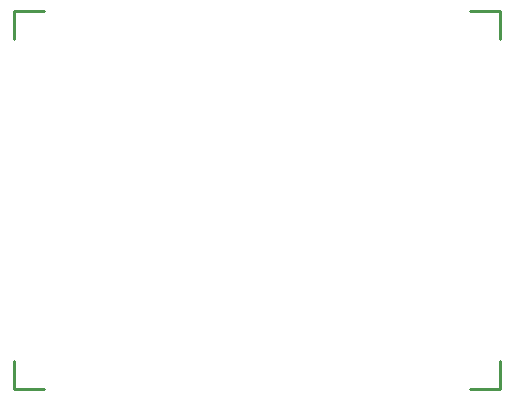
<source format=gko>
G04 Layer: BoardOutlineLayer*
G04 EasyEDA v6.5.34, 2023-10-19 08:42:31*
G04 445bff652981409abf7e2ca76203f91b,08f173712dbc44b08fd2a75eaeabdc68,10*
G04 Gerber Generator version 0.2*
G04 Scale: 100 percent, Rotated: No, Reflected: No *
G04 Dimensions in millimeters *
G04 leading zeros omitted , absolute positions ,4 integer and 5 decimal *
%FSLAX45Y45*%
%MOMM*%

%ADD10C,0.2540*%
D10*
X0Y0D02*
G01*
X0Y239999D01*
X4119991Y0D02*
G01*
X4119991Y239999D01*
X0Y0D02*
G01*
X259999Y101D01*
X3859992Y0D02*
G01*
X4119991Y101D01*
X3859992Y3199993D02*
G01*
X4119991Y3200095D01*
X4119991Y2959994D02*
G01*
X4119991Y3199993D01*
X0Y2959994D02*
G01*
X0Y3199993D01*
X0Y3199892D02*
G01*
X259999Y3199993D01*

%LPD*%
M02*

</source>
